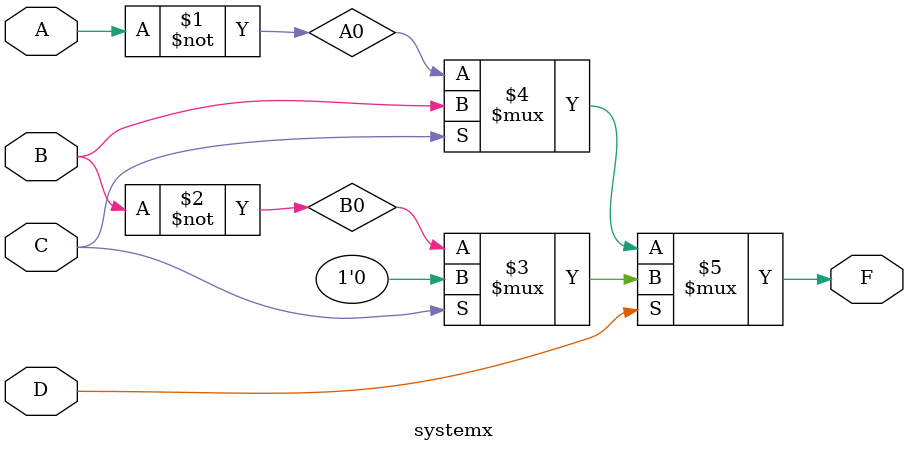
<source format=v>
module systemx(
    output wire F,
    input wire A, B, C, D
);
    wire A0, B0;
  
  	assign A0 = ~A;
  	assign B0 = ~B;

    assign F = D ? (C ? 1'b0 : B0) : (C ? B : A0);

endmodule

</source>
